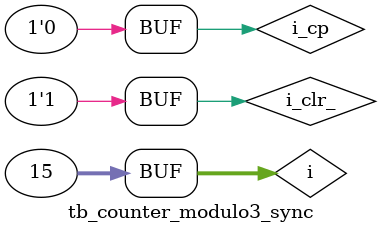
<source format=v>
module tb_counter_modulo3_sync;
reg i_cp;
reg i_clr_;
wire [1:0] o_q;
wire [1:0] o_q_;
integer i;

initial begin
    i_cp = 1'b0;
    i_clr_ = 1'b0;
    
    #10;
    i_clr_ = 1'b1;

    for (i = 0; i < 4'hf; i = i + 1) begin
        i_cp = 1'b1;
        
        #5;
        i_cp = 1'b0;

        #5;
    end
end

counter_modulo3_sync dut(
    .clockpulse(i_cp),
    .clear_(i_clr_),
    .signal_q(o_q),
    .signal_q_(o_q_)
);

endmodule

</source>
